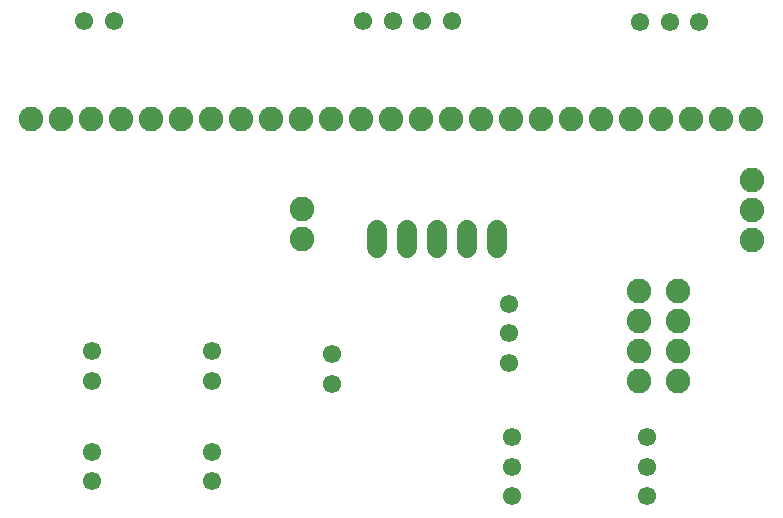
<source format=gbr>
G04 EAGLE Gerber RS-274X export*
G75*
%MOMM*%
%FSLAX34Y34*%
%LPD*%
%INSoldermask Bottom*%
%IPPOS*%
%AMOC8*
5,1,8,0,0,1.08239X$1,22.5*%
G01*
G04 Define Apertures*
%ADD10C,1.727200*%
%ADD11C,2.082800*%
%ADD12C,1.551200*%
D10*
X317500Y246380D02*
X317500Y261620D01*
X342900Y261620D02*
X342900Y246380D01*
X368300Y246380D02*
X368300Y261620D01*
X393700Y261620D02*
X393700Y246380D01*
X419100Y246380D02*
X419100Y261620D01*
D11*
X539750Y158750D03*
X539750Y133350D03*
X572770Y158750D03*
X572770Y133350D03*
X24692Y355600D03*
X50092Y355600D03*
X75492Y355600D03*
X100892Y355600D03*
X126292Y355600D03*
X151692Y355600D03*
X177092Y355600D03*
X202492Y355600D03*
X227892Y355600D03*
X253292Y355600D03*
X278692Y355600D03*
X304092Y355600D03*
X329492Y355600D03*
X354892Y355600D03*
X380292Y355600D03*
X405692Y355600D03*
X431092Y355600D03*
X456492Y355600D03*
X481892Y355600D03*
X507292Y355600D03*
X532692Y355600D03*
X558092Y355600D03*
X583492Y355600D03*
X608892Y355600D03*
X634292Y355600D03*
X635000Y252730D03*
X635000Y278130D03*
X635000Y303530D03*
X539750Y209550D03*
X539750Y184150D03*
X572770Y209550D03*
X572770Y184150D03*
X254000Y279400D03*
X254000Y254000D03*
D12*
X546100Y85950D03*
X546100Y60950D03*
X546100Y35950D03*
X429369Y199282D03*
X429412Y174282D03*
X429456Y149282D03*
X431800Y85950D03*
X431800Y60950D03*
X431800Y35950D03*
X590550Y437800D03*
X565550Y437800D03*
X540550Y437800D03*
X76200Y158750D03*
X76200Y133750D03*
X76200Y73650D03*
X76200Y48650D03*
X279400Y156200D03*
X279400Y131200D03*
X177800Y158750D03*
X177800Y133750D03*
X177800Y73650D03*
X177800Y48650D03*
X69850Y438150D03*
X94850Y438150D03*
X381000Y438200D03*
X356000Y438200D03*
X331000Y438200D03*
X306000Y438200D03*
M02*

</source>
